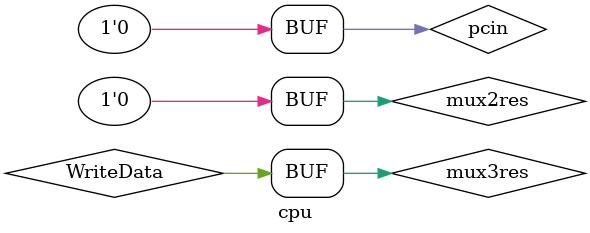
<source format=v>
module cpu();
wire [31:0]inst;
wire clk, pcout, reset, write, WriteData, ReadData1, ReadData2;
wire Branch, MemRead, MemWrite, MemToReg, ALUOp, ALUSrc, RegWrite;
wire result,zero;
wire pcin = 64'b0;

clock clock1(clk);

pc pc1(clk, pcin, pcout, reset, write);

instructionMem insMem1(clk, pcout, inst);

control ctrl(inst[6:0], ALUSrc, MemToReg, RegWrite, MemWrite, MemRead, Branch, ALUOp1, ALUOp0);

regBank regBank1(clk, inst[19:15], inst[24:20], inst[11:7], WriteData, RegWrite, ReadData1, ReadData2);

wire immgenoutput;
immGen immgen1(inst[31:0], immgenoutput);
wire mux1res;
mux mux1( ReadData2,immgenoutput, ALUSrc, mux1res);

wire ALU_Cnt;
aluControl alucontrol(ALU_Cnt,{ALUOp1, ALUOp0}, {inst[30:26]});

alu alu1(ReadData1,mux1res,ALU_Cnt,result,zero);

wire mux2res;
wire and1;
and(and1, Branch, zero);
mux mux2(pcout+4, pcout+immgenoutput, and1, mux2res); 
assign pcin = mux2res;

wire ReadData;
dataMem dataMemory(clk,result,ReadData,ReadData2,MemWrite,MemRead);

wire mux3res;
mux mux3(result, ReadData, MemToReg, mux3res);
assign WriteData = mux3res;

endmodule 
</source>
